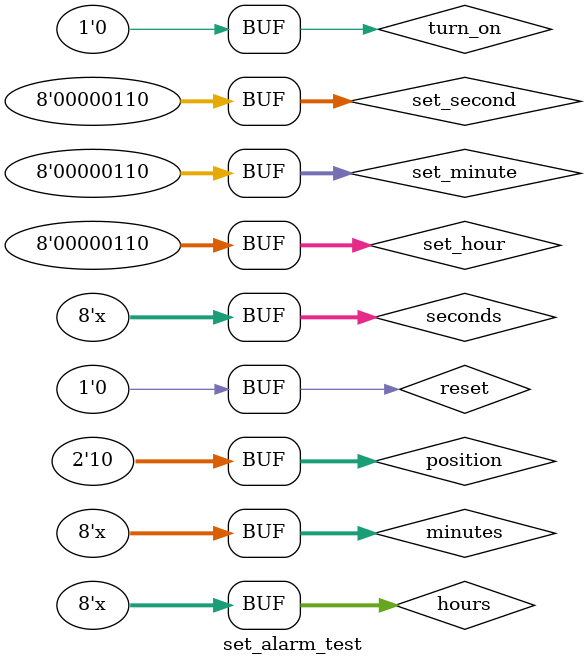
<source format=v>
`timescale 1ns / 1ps


module set_alarm_test(

    );
    
    reg [1:0]position;
    reg [7:0]set_hour;
    reg [7:0]set_minute;
    reg [7:0]set_second;
    reg reset;
    reg turn_on;
    reg [7:0]hours;
    reg [7:0]minutes;
    reg [7:0]seconds;
    wire alarm_going_off;
    
    set_alarm testSetAlarm(.position(position), .set_hour(set_hour), .set_minute(set_minute), 
    .set_second(set_second), .current_hours(hours), .current_minutes(minutes), .current_seconds(seconds),
    .reset(reset), .turn_on(turn_on), .alarm_going_off(alarm_going_off));
    
    initial begin
        turn_on = 0;
        reset = 1;
        #10 reset = 0;
        hours = 0;
        minutes = 0;
        seconds = 0;
    end
    //always #5 add_press = ~add_press;
    //always #150 sub_press = ~sub_press;
    always begin
    // every ten ms, change one of the inputs
    // then change position
    // Just change variables one at a time
    #500 turn_on = 1;
    #10 hours = hours + 1;
    #10 seconds = seconds + 1;
    #10 minutes = minutes + 1;
    position = 0;
    set_hour = 6;
    #10 position = 1;
    #10 set_minute = 6;
    #10 position = 2;
    #10 set_second = 6;
    #1600 turn_on = 0;  
    end
    
    
endmodule

</source>
